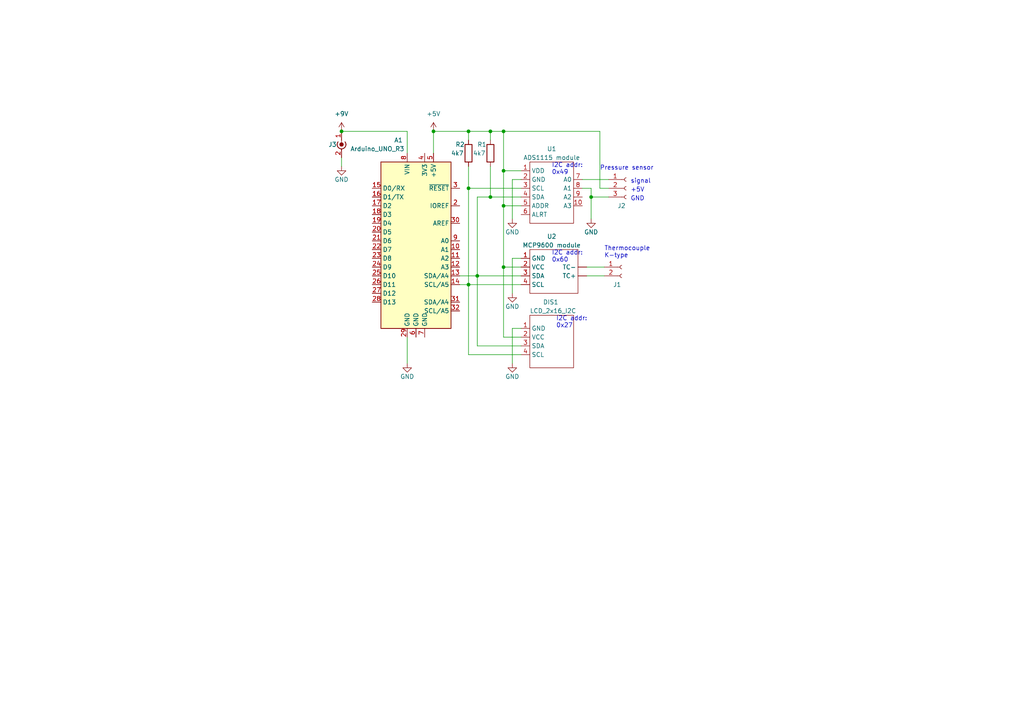
<source format=kicad_sch>
(kicad_sch (version 20230121) (generator eeschema)

  (uuid 5cf02045-2837-4e8b-9a5b-5330cd173830)

  (paper "A4")

  (lib_symbols
    (symbol "Connector:Conn_01x02_Socket" (pin_names (offset 1.016) hide) (in_bom yes) (on_board yes)
      (property "Reference" "J" (at 0 2.54 0)
        (effects (font (size 1.27 1.27)))
      )
      (property "Value" "Conn_01x02_Socket" (at 0 -5.08 0)
        (effects (font (size 1.27 1.27)))
      )
      (property "Footprint" "" (at 0 0 0)
        (effects (font (size 1.27 1.27)) hide)
      )
      (property "Datasheet" "~" (at 0 0 0)
        (effects (font (size 1.27 1.27)) hide)
      )
      (property "ki_locked" "" (at 0 0 0)
        (effects (font (size 1.27 1.27)))
      )
      (property "ki_keywords" "connector" (at 0 0 0)
        (effects (font (size 1.27 1.27)) hide)
      )
      (property "ki_description" "Generic connector, single row, 01x02, script generated" (at 0 0 0)
        (effects (font (size 1.27 1.27)) hide)
      )
      (property "ki_fp_filters" "Connector*:*_1x??_*" (at 0 0 0)
        (effects (font (size 1.27 1.27)) hide)
      )
      (symbol "Conn_01x02_Socket_1_1"
        (arc (start 0 -2.032) (mid -0.5058 -2.54) (end 0 -3.048)
          (stroke (width 0.1524) (type default))
          (fill (type none))
        )
        (polyline
          (pts
            (xy -1.27 -2.54)
            (xy -0.508 -2.54)
          )
          (stroke (width 0.1524) (type default))
          (fill (type none))
        )
        (polyline
          (pts
            (xy -1.27 0)
            (xy -0.508 0)
          )
          (stroke (width 0.1524) (type default))
          (fill (type none))
        )
        (arc (start 0 0.508) (mid -0.5058 0) (end 0 -0.508)
          (stroke (width 0.1524) (type default))
          (fill (type none))
        )
        (pin passive line (at -5.08 0 0) (length 3.81)
          (name "Pin_1" (effects (font (size 1.27 1.27))))
          (number "1" (effects (font (size 1.27 1.27))))
        )
        (pin passive line (at -5.08 -2.54 0) (length 3.81)
          (name "Pin_2" (effects (font (size 1.27 1.27))))
          (number "2" (effects (font (size 1.27 1.27))))
        )
      )
    )
    (symbol "Connector:Conn_01x03_Socket" (pin_names (offset 1.016) hide) (in_bom yes) (on_board yes)
      (property "Reference" "J" (at 0 5.08 0)
        (effects (font (size 1.27 1.27)))
      )
      (property "Value" "Conn_01x03_Socket" (at 0 -5.08 0)
        (effects (font (size 1.27 1.27)))
      )
      (property "Footprint" "" (at 0 0 0)
        (effects (font (size 1.27 1.27)) hide)
      )
      (property "Datasheet" "~" (at 0 0 0)
        (effects (font (size 1.27 1.27)) hide)
      )
      (property "ki_locked" "" (at 0 0 0)
        (effects (font (size 1.27 1.27)))
      )
      (property "ki_keywords" "connector" (at 0 0 0)
        (effects (font (size 1.27 1.27)) hide)
      )
      (property "ki_description" "Generic connector, single row, 01x03, script generated" (at 0 0 0)
        (effects (font (size 1.27 1.27)) hide)
      )
      (property "ki_fp_filters" "Connector*:*_1x??_*" (at 0 0 0)
        (effects (font (size 1.27 1.27)) hide)
      )
      (symbol "Conn_01x03_Socket_1_1"
        (arc (start 0 -2.032) (mid -0.5058 -2.54) (end 0 -3.048)
          (stroke (width 0.1524) (type default))
          (fill (type none))
        )
        (polyline
          (pts
            (xy -1.27 -2.54)
            (xy -0.508 -2.54)
          )
          (stroke (width 0.1524) (type default))
          (fill (type none))
        )
        (polyline
          (pts
            (xy -1.27 0)
            (xy -0.508 0)
          )
          (stroke (width 0.1524) (type default))
          (fill (type none))
        )
        (polyline
          (pts
            (xy -1.27 2.54)
            (xy -0.508 2.54)
          )
          (stroke (width 0.1524) (type default))
          (fill (type none))
        )
        (arc (start 0 0.508) (mid -0.5058 0) (end 0 -0.508)
          (stroke (width 0.1524) (type default))
          (fill (type none))
        )
        (arc (start 0 3.048) (mid -0.5058 2.54) (end 0 2.032)
          (stroke (width 0.1524) (type default))
          (fill (type none))
        )
        (pin passive line (at -5.08 2.54 0) (length 3.81)
          (name "Pin_1" (effects (font (size 1.27 1.27))))
          (number "1" (effects (font (size 1.27 1.27))))
        )
        (pin passive line (at -5.08 0 0) (length 3.81)
          (name "Pin_2" (effects (font (size 1.27 1.27))))
          (number "2" (effects (font (size 1.27 1.27))))
        )
        (pin passive line (at -5.08 -2.54 0) (length 3.81)
          (name "Pin_3" (effects (font (size 1.27 1.27))))
          (number "3" (effects (font (size 1.27 1.27))))
        )
      )
    )
    (symbol "Connector:Conn_Coaxial_Power" (pin_names (offset 1.016) hide) (in_bom yes) (on_board yes)
      (property "Reference" "J" (at -5.08 -1.27 90)
        (effects (font (size 1.27 1.27)))
      )
      (property "Value" "Conn_Coaxial_Power" (at -3.175 -1.27 90)
        (effects (font (size 1.27 1.27)))
      )
      (property "Footprint" "" (at 0 -1.27 0)
        (effects (font (size 1.27 1.27)) hide)
      )
      (property "Datasheet" "~" (at 0 -1.27 0)
        (effects (font (size 1.27 1.27)) hide)
      )
      (property "ki_keywords" "BNC SMA SMB SMC LEMO coaxial connector CINCH RCA" (at 0 0 0)
        (effects (font (size 1.27 1.27)) hide)
      )
      (property "ki_description" "coaxial connector (BNC, SMA, SMB, SMC, Cinch/RCA, LEMO, ...)" (at 0 0 0)
        (effects (font (size 1.27 1.27)) hide)
      )
      (property "ki_fp_filters" "*BNC* *SMA* *SMB* *SMC* *Cinch* *LEMO*" (at 0 0 0)
        (effects (font (size 1.27 1.27)) hide)
      )
      (symbol "Conn_Coaxial_Power_0_1"
        (arc (start -1.27 -1.27) (mid 0 -2.5345) (end 1.27 -1.27)
          (stroke (width 0.254) (type default))
          (fill (type none))
        )
        (arc (start -1.016 -0.508) (mid -1.2048 -0.8684) (end -1.27 -1.27)
          (stroke (width 0.254) (type default))
          (fill (type none))
        )
        (circle (center 0 -1.27) (radius 0.508)
          (stroke (width 0.2032) (type default))
          (fill (type outline))
        )
        (polyline
          (pts
            (xy 0 -2.54)
            (xy 0 -3.048)
          )
          (stroke (width 0) (type default))
          (fill (type none))
        )
        (polyline
          (pts
            (xy 0 0)
            (xy 0 -1.27)
          )
          (stroke (width 0) (type default))
          (fill (type none))
        )
        (arc (start 1.27 -1.27) (mid 1.2048 -0.8684) (end 1.016 -0.508)
          (stroke (width 0.254) (type default))
          (fill (type none))
        )
      )
      (symbol "Conn_Coaxial_Power_1_1"
        (pin passive line (at 0 2.54 270) (length 2.54)
          (name "In" (effects (font (size 1.27 1.27))))
          (number "1" (effects (font (size 1.27 1.27))))
        )
        (pin passive line (at 0 -5.08 90) (length 2.54)
          (name "Ext" (effects (font (size 1.27 1.27))))
          (number "2" (effects (font (size 1.27 1.27))))
        )
      )
    )
    (symbol "Device:R" (pin_numbers hide) (pin_names (offset 0)) (in_bom yes) (on_board yes)
      (property "Reference" "R" (at 2.032 0 90)
        (effects (font (size 1.27 1.27)))
      )
      (property "Value" "R" (at 0 0 90)
        (effects (font (size 1.27 1.27)))
      )
      (property "Footprint" "" (at -1.778 0 90)
        (effects (font (size 1.27 1.27)) hide)
      )
      (property "Datasheet" "~" (at 0 0 0)
        (effects (font (size 1.27 1.27)) hide)
      )
      (property "ki_keywords" "R res resistor" (at 0 0 0)
        (effects (font (size 1.27 1.27)) hide)
      )
      (property "ki_description" "Resistor" (at 0 0 0)
        (effects (font (size 1.27 1.27)) hide)
      )
      (property "ki_fp_filters" "R_*" (at 0 0 0)
        (effects (font (size 1.27 1.27)) hide)
      )
      (symbol "R_0_1"
        (rectangle (start -1.016 -2.54) (end 1.016 2.54)
          (stroke (width 0.254) (type default))
          (fill (type none))
        )
      )
      (symbol "R_1_1"
        (pin passive line (at 0 3.81 270) (length 1.27)
          (name "~" (effects (font (size 1.27 1.27))))
          (number "1" (effects (font (size 1.27 1.27))))
        )
        (pin passive line (at 0 -3.81 90) (length 1.27)
          (name "~" (effects (font (size 1.27 1.27))))
          (number "2" (effects (font (size 1.27 1.27))))
        )
      )
    )
    (symbol "HH_custom_Librarary:ADS1115_ADC_module" (in_bom yes) (on_board yes)
      (property "Reference" "U" (at 0 1.27 0)
        (effects (font (size 1.27 1.27)))
      )
      (property "Value" "" (at 0 0 0)
        (effects (font (size 1.27 1.27)))
      )
      (property "Footprint" "" (at 0 0 0)
        (effects (font (size 1.27 1.27)) hide)
      )
      (property "Datasheet" "" (at 0 0 0)
        (effects (font (size 1.27 1.27)) hide)
      )
      (symbol "ADS1115_ADC_module_1_1"
        (rectangle (start -6.35 0) (end 6.35 -17.78)
          (stroke (width 0) (type default))
          (fill (type none))
        )
        (pin power_in line (at -8.89 -2.54 0) (length 2.54)
          (name "VDD" (effects (font (size 1.27 1.27))))
          (number "1" (effects (font (size 1.27 1.27))))
        )
        (pin input line (at 8.89 -12.7 180) (length 2.54)
          (name "A3" (effects (font (size 1.27 1.27))))
          (number "10" (effects (font (size 1.27 1.27))))
        )
        (pin power_in line (at -8.89 -5.08 0) (length 2.54)
          (name "GND" (effects (font (size 1.27 1.27))))
          (number "2" (effects (font (size 1.27 1.27))))
        )
        (pin bidirectional line (at -8.89 -7.62 0) (length 2.54)
          (name "SCL" (effects (font (size 1.27 1.27))))
          (number "3" (effects (font (size 1.27 1.27))))
        )
        (pin bidirectional line (at -8.89 -10.16 0) (length 2.54)
          (name "SDA" (effects (font (size 1.27 1.27))))
          (number "4" (effects (font (size 1.27 1.27))))
        )
        (pin bidirectional line (at -8.89 -12.7 0) (length 2.54)
          (name "ADDR" (effects (font (size 1.27 1.27))))
          (number "5" (effects (font (size 1.27 1.27))))
        )
        (pin bidirectional line (at -8.89 -15.24 0) (length 2.54)
          (name "ALRT" (effects (font (size 1.27 1.27))))
          (number "6" (effects (font (size 1.27 1.27))))
        )
        (pin input line (at 8.89 -5.08 180) (length 2.54)
          (name "A0" (effects (font (size 1.27 1.27))))
          (number "7" (effects (font (size 1.27 1.27))))
        )
        (pin input line (at 8.89 -7.62 180) (length 2.54)
          (name "A1" (effects (font (size 1.27 1.27))))
          (number "8" (effects (font (size 1.27 1.27))))
        )
        (pin input line (at 8.89 -10.16 180) (length 2.54)
          (name "A2" (effects (font (size 1.27 1.27))))
          (number "9" (effects (font (size 1.27 1.27))))
        )
      )
    )
    (symbol "HH_custom_Librarary:LCD_2x16_HD44780_I2C" (in_bom yes) (on_board yes)
      (property "Reference" "DIS" (at 1.27 3.81 0)
        (effects (font (size 1.27 1.27)))
      )
      (property "Value" "LCD_2x16_I2C" (at 1.27 -6.35 90)
        (effects (font (size 1.27 1.27)))
      )
      (property "Footprint" "" (at 0 0 0)
        (effects (font (size 1.27 1.27)) hide)
      )
      (property "Datasheet" "" (at 0 0 0)
        (effects (font (size 1.27 1.27)) hide)
      )
      (symbol "LCD_2x16_HD44780_I2C_0_1"
        (rectangle (start -5.08 1.27) (end 7.62 -13.97)
          (stroke (width 0) (type default))
          (fill (type none))
        )
      )
      (symbol "LCD_2x16_HD44780_I2C_1_1"
        (pin power_in line (at -7.62 -2.54 0) (length 2.54)
          (name "GND" (effects (font (size 1.27 1.27))))
          (number "1" (effects (font (size 1.27 1.27))))
        )
        (pin power_in line (at -7.62 -5.08 0) (length 2.54)
          (name "VCC" (effects (font (size 1.27 1.27))))
          (number "2" (effects (font (size 1.27 1.27))))
        )
        (pin input line (at -7.62 -7.62 0) (length 2.54)
          (name "SDA" (effects (font (size 1.27 1.27))))
          (number "3" (effects (font (size 1.27 1.27))))
        )
        (pin input line (at -7.62 -10.16 0) (length 2.54)
          (name "SCL" (effects (font (size 1.27 1.27))))
          (number "4" (effects (font (size 1.27 1.27))))
        )
      )
    )
    (symbol "MCP9600-module-SeeedStudioGrove_1" (in_bom yes) (on_board yes)
      (property "Reference" "U" (at 0 0 0)
        (effects (font (size 1.27 1.27)))
      )
      (property "Value" "" (at 0 0 0)
        (effects (font (size 1.27 1.27)))
      )
      (property "Footprint" "" (at 0 0 0)
        (effects (font (size 1.27 1.27)) hide)
      )
      (property "Datasheet" "" (at 0 0 0)
        (effects (font (size 1.27 1.27)) hide)
      )
      (symbol "MCP9600-module-SeeedStudioGrove_1_0_1"
        (rectangle (start -5.08 -1.27) (end 8.89 -13.97)
          (stroke (width 0) (type default))
          (fill (type none))
        )
      )
      (symbol "MCP9600-module-SeeedStudioGrove_1_1_1"
        (pin input line (at 11.43 -8.89 180) (length 2.54)
          (name "TC+" (effects (font (size 1.27 1.27))))
          (number "" (effects (font (size 1.27 1.27))))
        )
        (pin input line (at 11.43 -6.35 180) (length 2.54)
          (name "TC-" (effects (font (size 1.27 1.27))))
          (number "" (effects (font (size 1.27 1.27))))
        )
        (pin power_in line (at -7.62 -3.81 0) (length 2.54)
          (name "GND" (effects (font (size 1.27 1.27))))
          (number "1" (effects (font (size 1.27 1.27))))
        )
        (pin power_in line (at -7.62 -6.35 0) (length 2.54)
          (name "VCC" (effects (font (size 1.27 1.27))))
          (number "2" (effects (font (size 1.27 1.27))))
        )
        (pin bidirectional line (at -7.62 -8.89 0) (length 2.54)
          (name "SDA" (effects (font (size 1.27 1.27))))
          (number "3" (effects (font (size 1.27 1.27))))
        )
        (pin bidirectional line (at -7.62 -11.43 0) (length 2.54)
          (name "SCL" (effects (font (size 1.27 1.27))))
          (number "4" (effects (font (size 1.27 1.27))))
        )
      )
    )
    (symbol "MCU_Module:Arduino_UNO_R3" (in_bom yes) (on_board yes)
      (property "Reference" "A" (at -10.16 23.495 0)
        (effects (font (size 1.27 1.27)) (justify left bottom))
      )
      (property "Value" "Arduino_UNO_R3" (at 5.08 -26.67 0)
        (effects (font (size 1.27 1.27)) (justify left top))
      )
      (property "Footprint" "Module:Arduino_UNO_R3" (at 0 0 0)
        (effects (font (size 1.27 1.27) italic) hide)
      )
      (property "Datasheet" "https://www.arduino.cc/en/Main/arduinoBoardUno" (at 0 0 0)
        (effects (font (size 1.27 1.27)) hide)
      )
      (property "ki_keywords" "Arduino UNO R3 Microcontroller Module Atmel AVR USB" (at 0 0 0)
        (effects (font (size 1.27 1.27)) hide)
      )
      (property "ki_description" "Arduino UNO Microcontroller Module, release 3" (at 0 0 0)
        (effects (font (size 1.27 1.27)) hide)
      )
      (property "ki_fp_filters" "Arduino*UNO*R3*" (at 0 0 0)
        (effects (font (size 1.27 1.27)) hide)
      )
      (symbol "Arduino_UNO_R3_0_1"
        (rectangle (start -10.16 22.86) (end 10.16 -25.4)
          (stroke (width 0.254) (type default))
          (fill (type background))
        )
      )
      (symbol "Arduino_UNO_R3_1_1"
        (pin no_connect line (at -10.16 -20.32 0) (length 2.54) hide
          (name "NC" (effects (font (size 1.27 1.27))))
          (number "1" (effects (font (size 1.27 1.27))))
        )
        (pin bidirectional line (at 12.7 -2.54 180) (length 2.54)
          (name "A1" (effects (font (size 1.27 1.27))))
          (number "10" (effects (font (size 1.27 1.27))))
        )
        (pin bidirectional line (at 12.7 -5.08 180) (length 2.54)
          (name "A2" (effects (font (size 1.27 1.27))))
          (number "11" (effects (font (size 1.27 1.27))))
        )
        (pin bidirectional line (at 12.7 -7.62 180) (length 2.54)
          (name "A3" (effects (font (size 1.27 1.27))))
          (number "12" (effects (font (size 1.27 1.27))))
        )
        (pin bidirectional line (at 12.7 -10.16 180) (length 2.54)
          (name "SDA/A4" (effects (font (size 1.27 1.27))))
          (number "13" (effects (font (size 1.27 1.27))))
        )
        (pin bidirectional line (at 12.7 -12.7 180) (length 2.54)
          (name "SCL/A5" (effects (font (size 1.27 1.27))))
          (number "14" (effects (font (size 1.27 1.27))))
        )
        (pin bidirectional line (at -12.7 15.24 0) (length 2.54)
          (name "D0/RX" (effects (font (size 1.27 1.27))))
          (number "15" (effects (font (size 1.27 1.27))))
        )
        (pin bidirectional line (at -12.7 12.7 0) (length 2.54)
          (name "D1/TX" (effects (font (size 1.27 1.27))))
          (number "16" (effects (font (size 1.27 1.27))))
        )
        (pin bidirectional line (at -12.7 10.16 0) (length 2.54)
          (name "D2" (effects (font (size 1.27 1.27))))
          (number "17" (effects (font (size 1.27 1.27))))
        )
        (pin bidirectional line (at -12.7 7.62 0) (length 2.54)
          (name "D3" (effects (font (size 1.27 1.27))))
          (number "18" (effects (font (size 1.27 1.27))))
        )
        (pin bidirectional line (at -12.7 5.08 0) (length 2.54)
          (name "D4" (effects (font (size 1.27 1.27))))
          (number "19" (effects (font (size 1.27 1.27))))
        )
        (pin output line (at 12.7 10.16 180) (length 2.54)
          (name "IOREF" (effects (font (size 1.27 1.27))))
          (number "2" (effects (font (size 1.27 1.27))))
        )
        (pin bidirectional line (at -12.7 2.54 0) (length 2.54)
          (name "D5" (effects (font (size 1.27 1.27))))
          (number "20" (effects (font (size 1.27 1.27))))
        )
        (pin bidirectional line (at -12.7 0 0) (length 2.54)
          (name "D6" (effects (font (size 1.27 1.27))))
          (number "21" (effects (font (size 1.27 1.27))))
        )
        (pin bidirectional line (at -12.7 -2.54 0) (length 2.54)
          (name "D7" (effects (font (size 1.27 1.27))))
          (number "22" (effects (font (size 1.27 1.27))))
        )
        (pin bidirectional line (at -12.7 -5.08 0) (length 2.54)
          (name "D8" (effects (font (size 1.27 1.27))))
          (number "23" (effects (font (size 1.27 1.27))))
        )
        (pin bidirectional line (at -12.7 -7.62 0) (length 2.54)
          (name "D9" (effects (font (size 1.27 1.27))))
          (number "24" (effects (font (size 1.27 1.27))))
        )
        (pin bidirectional line (at -12.7 -10.16 0) (length 2.54)
          (name "D10" (effects (font (size 1.27 1.27))))
          (number "25" (effects (font (size 1.27 1.27))))
        )
        (pin bidirectional line (at -12.7 -12.7 0) (length 2.54)
          (name "D11" (effects (font (size 1.27 1.27))))
          (number "26" (effects (font (size 1.27 1.27))))
        )
        (pin bidirectional line (at -12.7 -15.24 0) (length 2.54)
          (name "D12" (effects (font (size 1.27 1.27))))
          (number "27" (effects (font (size 1.27 1.27))))
        )
        (pin bidirectional line (at -12.7 -17.78 0) (length 2.54)
          (name "D13" (effects (font (size 1.27 1.27))))
          (number "28" (effects (font (size 1.27 1.27))))
        )
        (pin power_in line (at -2.54 -27.94 90) (length 2.54)
          (name "GND" (effects (font (size 1.27 1.27))))
          (number "29" (effects (font (size 1.27 1.27))))
        )
        (pin input line (at 12.7 15.24 180) (length 2.54)
          (name "~{RESET}" (effects (font (size 1.27 1.27))))
          (number "3" (effects (font (size 1.27 1.27))))
        )
        (pin input line (at 12.7 5.08 180) (length 2.54)
          (name "AREF" (effects (font (size 1.27 1.27))))
          (number "30" (effects (font (size 1.27 1.27))))
        )
        (pin bidirectional line (at 12.7 -17.78 180) (length 2.54)
          (name "SDA/A4" (effects (font (size 1.27 1.27))))
          (number "31" (effects (font (size 1.27 1.27))))
        )
        (pin bidirectional line (at 12.7 -20.32 180) (length 2.54)
          (name "SCL/A5" (effects (font (size 1.27 1.27))))
          (number "32" (effects (font (size 1.27 1.27))))
        )
        (pin power_out line (at 2.54 25.4 270) (length 2.54)
          (name "3V3" (effects (font (size 1.27 1.27))))
          (number "4" (effects (font (size 1.27 1.27))))
        )
        (pin power_out line (at 5.08 25.4 270) (length 2.54)
          (name "+5V" (effects (font (size 1.27 1.27))))
          (number "5" (effects (font (size 1.27 1.27))))
        )
        (pin power_in line (at 0 -27.94 90) (length 2.54)
          (name "GND" (effects (font (size 1.27 1.27))))
          (number "6" (effects (font (size 1.27 1.27))))
        )
        (pin power_in line (at 2.54 -27.94 90) (length 2.54)
          (name "GND" (effects (font (size 1.27 1.27))))
          (number "7" (effects (font (size 1.27 1.27))))
        )
        (pin power_in line (at -2.54 25.4 270) (length 2.54)
          (name "VIN" (effects (font (size 1.27 1.27))))
          (number "8" (effects (font (size 1.27 1.27))))
        )
        (pin bidirectional line (at 12.7 0 180) (length 2.54)
          (name "A0" (effects (font (size 1.27 1.27))))
          (number "9" (effects (font (size 1.27 1.27))))
        )
      )
    )
    (symbol "power:+5V" (power) (pin_names (offset 0)) (in_bom yes) (on_board yes)
      (property "Reference" "#PWR" (at 0 -3.81 0)
        (effects (font (size 1.27 1.27)) hide)
      )
      (property "Value" "+5V" (at 0 3.556 0)
        (effects (font (size 1.27 1.27)))
      )
      (property "Footprint" "" (at 0 0 0)
        (effects (font (size 1.27 1.27)) hide)
      )
      (property "Datasheet" "" (at 0 0 0)
        (effects (font (size 1.27 1.27)) hide)
      )
      (property "ki_keywords" "global power" (at 0 0 0)
        (effects (font (size 1.27 1.27)) hide)
      )
      (property "ki_description" "Power symbol creates a global label with name \"+5V\"" (at 0 0 0)
        (effects (font (size 1.27 1.27)) hide)
      )
      (symbol "+5V_0_1"
        (polyline
          (pts
            (xy -0.762 1.27)
            (xy 0 2.54)
          )
          (stroke (width 0) (type default))
          (fill (type none))
        )
        (polyline
          (pts
            (xy 0 0)
            (xy 0 2.54)
          )
          (stroke (width 0) (type default))
          (fill (type none))
        )
        (polyline
          (pts
            (xy 0 2.54)
            (xy 0.762 1.27)
          )
          (stroke (width 0) (type default))
          (fill (type none))
        )
      )
      (symbol "+5V_1_1"
        (pin power_in line (at 0 0 90) (length 0) hide
          (name "+5V" (effects (font (size 1.27 1.27))))
          (number "1" (effects (font (size 1.27 1.27))))
        )
      )
    )
    (symbol "power:+9V" (power) (pin_names (offset 0)) (in_bom yes) (on_board yes)
      (property "Reference" "#PWR" (at 0 -3.81 0)
        (effects (font (size 1.27 1.27)) hide)
      )
      (property "Value" "+9V" (at 0 3.556 0)
        (effects (font (size 1.27 1.27)))
      )
      (property "Footprint" "" (at 0 0 0)
        (effects (font (size 1.27 1.27)) hide)
      )
      (property "Datasheet" "" (at 0 0 0)
        (effects (font (size 1.27 1.27)) hide)
      )
      (property "ki_keywords" "global power" (at 0 0 0)
        (effects (font (size 1.27 1.27)) hide)
      )
      (property "ki_description" "Power symbol creates a global label with name \"+9V\"" (at 0 0 0)
        (effects (font (size 1.27 1.27)) hide)
      )
      (symbol "+9V_0_1"
        (polyline
          (pts
            (xy -0.762 1.27)
            (xy 0 2.54)
          )
          (stroke (width 0) (type default))
          (fill (type none))
        )
        (polyline
          (pts
            (xy 0 0)
            (xy 0 2.54)
          )
          (stroke (width 0) (type default))
          (fill (type none))
        )
        (polyline
          (pts
            (xy 0 2.54)
            (xy 0.762 1.27)
          )
          (stroke (width 0) (type default))
          (fill (type none))
        )
      )
      (symbol "+9V_1_1"
        (pin power_in line (at 0 0 90) (length 0) hide
          (name "+9V" (effects (font (size 1.27 1.27))))
          (number "1" (effects (font (size 1.27 1.27))))
        )
      )
    )
    (symbol "power:GND" (power) (pin_names (offset 0)) (in_bom yes) (on_board yes)
      (property "Reference" "#PWR" (at 0 -6.35 0)
        (effects (font (size 1.27 1.27)) hide)
      )
      (property "Value" "GND" (at 0 -3.81 0)
        (effects (font (size 1.27 1.27)))
      )
      (property "Footprint" "" (at 0 0 0)
        (effects (font (size 1.27 1.27)) hide)
      )
      (property "Datasheet" "" (at 0 0 0)
        (effects (font (size 1.27 1.27)) hide)
      )
      (property "ki_keywords" "global power" (at 0 0 0)
        (effects (font (size 1.27 1.27)) hide)
      )
      (property "ki_description" "Power symbol creates a global label with name \"GND\" , ground" (at 0 0 0)
        (effects (font (size 1.27 1.27)) hide)
      )
      (symbol "GND_0_1"
        (polyline
          (pts
            (xy 0 0)
            (xy 0 -1.27)
            (xy 1.27 -1.27)
            (xy 0 -2.54)
            (xy -1.27 -1.27)
            (xy 0 -1.27)
          )
          (stroke (width 0) (type default))
          (fill (type none))
        )
      )
      (symbol "GND_1_1"
        (pin power_in line (at 0 0 270) (length 0) hide
          (name "GND" (effects (font (size 1.27 1.27))))
          (number "1" (effects (font (size 1.27 1.27))))
        )
      )
    )
  )

  (junction (at 146.05 59.69) (diameter 0) (color 0 0 0 0)
    (uuid 311d7a1b-a609-44fd-b5c7-e3bdce246f98)
  )
  (junction (at 135.89 54.61) (diameter 0) (color 0 0 0 0)
    (uuid 4cd14cc9-dc60-44d8-9810-4f3b104e7bdd)
  )
  (junction (at 142.24 38.1) (diameter 0) (color 0 0 0 0)
    (uuid 54362d92-53b7-4819-9afb-e4770b00e9a0)
  )
  (junction (at 142.24 57.15) (diameter 0) (color 0 0 0 0)
    (uuid 60bd33ee-1173-4139-88f3-04fd1ce30dd1)
  )
  (junction (at 135.89 82.55) (diameter 0) (color 0 0 0 0)
    (uuid 866dc3ab-26c6-4cad-90e3-40c8fceea41c)
  )
  (junction (at 146.05 38.1) (diameter 0) (color 0 0 0 0)
    (uuid 95037fae-e895-44d3-a06a-e885594e51b1)
  )
  (junction (at 146.05 49.53) (diameter 0) (color 0 0 0 0)
    (uuid 9fc924e6-106a-46a3-8b71-f70e36908a4c)
  )
  (junction (at 125.73 38.1) (diameter 0) (color 0 0 0 0)
    (uuid a6a2edde-25dc-4fd5-a213-f9e337c8b0c2)
  )
  (junction (at 146.05 77.47) (diameter 0) (color 0 0 0 0)
    (uuid de647166-b294-4ba0-8f51-13cb8ae59301)
  )
  (junction (at 135.89 38.1) (diameter 0) (color 0 0 0 0)
    (uuid e721b0c0-069c-44e3-ab17-ef53cf99012f)
  )
  (junction (at 138.43 80.01) (diameter 0) (color 0 0 0 0)
    (uuid f6b1bc66-3e3c-4903-9333-9aab2733e403)
  )
  (junction (at 171.45 57.15) (diameter 0) (color 0 0 0 0)
    (uuid f90315d8-c36e-42fe-8c1f-a507b42452ad)
  )
  (junction (at 99.06 38.1) (diameter 0) (color 0 0 0 0)
    (uuid fe99d81d-d098-4cf8-be30-00fdc05e4aff)
  )

  (wire (pts (xy 146.05 38.1) (xy 146.05 49.53))
    (stroke (width 0) (type default))
    (uuid 0428035b-9b1c-4f4a-badd-4846ec7798ca)
  )
  (wire (pts (xy 142.24 48.26) (xy 142.24 57.15))
    (stroke (width 0) (type default))
    (uuid 07c46941-7851-4d8b-8e15-a31976145a08)
  )
  (wire (pts (xy 146.05 77.47) (xy 151.13 77.47))
    (stroke (width 0) (type default))
    (uuid 1334bf52-3061-49cc-ace9-96c7655a4d93)
  )
  (wire (pts (xy 146.05 77.47) (xy 146.05 97.79))
    (stroke (width 0) (type default))
    (uuid 13f650cb-b19f-4f4b-bde8-aa154cbf4bae)
  )
  (wire (pts (xy 170.18 77.47) (xy 175.26 77.47))
    (stroke (width 0) (type default))
    (uuid 1d683ebe-efe3-451d-9db4-05781eb260b9)
  )
  (wire (pts (xy 148.59 95.25) (xy 151.13 95.25))
    (stroke (width 0) (type default))
    (uuid 202c399d-79c2-4e8a-af19-fe22c4c8f9fe)
  )
  (wire (pts (xy 138.43 57.15) (xy 142.24 57.15))
    (stroke (width 0) (type default))
    (uuid 2364cd3c-68d7-41b3-8ba2-e39f4227c682)
  )
  (wire (pts (xy 146.05 49.53) (xy 146.05 59.69))
    (stroke (width 0) (type default))
    (uuid 27c650bd-8a99-4fde-8969-48a713780675)
  )
  (wire (pts (xy 171.45 54.61) (xy 171.45 57.15))
    (stroke (width 0) (type default))
    (uuid 2d4a8dff-276d-4a81-8df2-b135e1f82ecb)
  )
  (wire (pts (xy 142.24 38.1) (xy 142.24 40.64))
    (stroke (width 0) (type default))
    (uuid 2e6549f0-84b7-4f2d-8de0-997fe7427dcb)
  )
  (wire (pts (xy 135.89 102.87) (xy 151.13 102.87))
    (stroke (width 0) (type default))
    (uuid 37be12f8-a5bd-4602-9316-f94c0c06605a)
  )
  (wire (pts (xy 146.05 38.1) (xy 173.99 38.1))
    (stroke (width 0) (type default))
    (uuid 416282d3-83e5-4bf0-8846-188284a5b971)
  )
  (wire (pts (xy 138.43 57.15) (xy 138.43 80.01))
    (stroke (width 0) (type default))
    (uuid 45bba1fa-76d9-4cbf-910a-a62d676d6dff)
  )
  (wire (pts (xy 133.35 82.55) (xy 135.89 82.55))
    (stroke (width 0) (type default))
    (uuid 45c69c70-a037-4c97-bdb8-3ce974730b8f)
  )
  (wire (pts (xy 135.89 82.55) (xy 151.13 82.55))
    (stroke (width 0) (type default))
    (uuid 4e7dc152-2471-4693-ac5d-81f89382145f)
  )
  (wire (pts (xy 118.11 97.79) (xy 118.11 105.41))
    (stroke (width 0) (type default))
    (uuid 5567d3d1-9d88-44f8-8d9b-4f63247f3082)
  )
  (wire (pts (xy 146.05 59.69) (xy 151.13 59.69))
    (stroke (width 0) (type default))
    (uuid 5aafb810-7937-4516-99c6-0d687351ab43)
  )
  (wire (pts (xy 99.06 38.1) (xy 118.11 38.1))
    (stroke (width 0) (type default))
    (uuid 5cbba9d5-3a83-4dc4-bcd2-9b8b23967cf3)
  )
  (wire (pts (xy 118.11 38.1) (xy 118.11 44.45))
    (stroke (width 0) (type default))
    (uuid 67b2201c-8613-4656-8ada-4448b0997954)
  )
  (wire (pts (xy 133.35 80.01) (xy 138.43 80.01))
    (stroke (width 0) (type default))
    (uuid 6d7066e2-4567-4694-98e8-afaf1b3d9f05)
  )
  (wire (pts (xy 148.59 52.07) (xy 148.59 63.5))
    (stroke (width 0) (type default))
    (uuid 74d63ee0-a0c0-4458-831c-166981059e9a)
  )
  (wire (pts (xy 176.53 54.61) (xy 173.99 54.61))
    (stroke (width 0) (type default))
    (uuid 793c62b9-2114-4dd0-b8af-1a14295d7490)
  )
  (wire (pts (xy 148.59 52.07) (xy 151.13 52.07))
    (stroke (width 0) (type default))
    (uuid 7cb15ee9-5696-4303-99e7-01f66156c56b)
  )
  (wire (pts (xy 125.73 38.1) (xy 135.89 38.1))
    (stroke (width 0) (type default))
    (uuid 850315ad-bcd1-4ffd-a36d-93974c080830)
  )
  (wire (pts (xy 99.06 45.72) (xy 99.06 48.26))
    (stroke (width 0) (type default))
    (uuid 85802324-ea52-4501-bcaa-c051b12071c5)
  )
  (wire (pts (xy 148.59 95.25) (xy 148.59 105.41))
    (stroke (width 0) (type default))
    (uuid 8a33a456-a382-44a5-8d96-113ecc756bc4)
  )
  (wire (pts (xy 151.13 74.93) (xy 148.59 74.93))
    (stroke (width 0) (type default))
    (uuid 9593d8de-587e-44a7-9699-2658bfdd5e9f)
  )
  (wire (pts (xy 151.13 57.15) (xy 142.24 57.15))
    (stroke (width 0) (type default))
    (uuid 9fdb8e9b-fe56-4aa1-8733-a2913d8832c9)
  )
  (wire (pts (xy 138.43 80.01) (xy 138.43 100.33))
    (stroke (width 0) (type default))
    (uuid a37b1c87-454a-47fa-aadd-74582c763090)
  )
  (wire (pts (xy 151.13 97.79) (xy 146.05 97.79))
    (stroke (width 0) (type default))
    (uuid a679b37b-d33c-4c44-aada-ab1f2d1f2b53)
  )
  (wire (pts (xy 148.59 74.93) (xy 148.59 85.09))
    (stroke (width 0) (type default))
    (uuid a6d62831-321c-456a-a375-2eb12909c502)
  )
  (wire (pts (xy 173.99 54.61) (xy 173.99 38.1))
    (stroke (width 0) (type default))
    (uuid aa2afa0a-9dba-48dc-ace9-a7820c7f942f)
  )
  (wire (pts (xy 125.73 44.45) (xy 125.73 38.1))
    (stroke (width 0) (type default))
    (uuid b0efdac0-5d42-43e7-b72a-5923a63de86d)
  )
  (wire (pts (xy 135.89 82.55) (xy 135.89 102.87))
    (stroke (width 0) (type default))
    (uuid bc59d1fe-f0e0-4109-b489-508d8fd1df8c)
  )
  (wire (pts (xy 135.89 54.61) (xy 135.89 82.55))
    (stroke (width 0) (type default))
    (uuid c3ad7adc-9af8-4151-96e0-e9d9d746acea)
  )
  (wire (pts (xy 170.18 80.01) (xy 175.26 80.01))
    (stroke (width 0) (type default))
    (uuid c5f2bd58-2add-48aa-9e98-977a30e0ae66)
  )
  (wire (pts (xy 135.89 38.1) (xy 142.24 38.1))
    (stroke (width 0) (type default))
    (uuid cadee4c8-3638-4954-9097-c9866e4d0e1e)
  )
  (wire (pts (xy 138.43 80.01) (xy 151.13 80.01))
    (stroke (width 0) (type default))
    (uuid ccaf19a4-466c-4f26-a2ed-68295a157239)
  )
  (wire (pts (xy 176.53 52.07) (xy 168.91 52.07))
    (stroke (width 0) (type default))
    (uuid cdf18333-a692-4f13-a8e3-ec813d682122)
  )
  (wire (pts (xy 146.05 49.53) (xy 151.13 49.53))
    (stroke (width 0) (type default))
    (uuid d1c82d44-2285-40a0-83f8-436e291b0a67)
  )
  (wire (pts (xy 171.45 57.15) (xy 176.53 57.15))
    (stroke (width 0) (type default))
    (uuid d6b96beb-cdaf-4f1a-a7de-92c9dfa960b0)
  )
  (wire (pts (xy 135.89 38.1) (xy 135.89 40.64))
    (stroke (width 0) (type default))
    (uuid d7351ac6-94fc-473b-b899-139b3313a352)
  )
  (wire (pts (xy 151.13 54.61) (xy 135.89 54.61))
    (stroke (width 0) (type default))
    (uuid d75b328f-8b05-4d26-9472-5122a52ff4aa)
  )
  (wire (pts (xy 138.43 100.33) (xy 151.13 100.33))
    (stroke (width 0) (type default))
    (uuid d9efc8a8-ff61-4658-b98d-21979ab2d72d)
  )
  (wire (pts (xy 168.91 54.61) (xy 171.45 54.61))
    (stroke (width 0) (type default))
    (uuid ddafff17-3595-4b3a-8e9a-52a3cabad09b)
  )
  (wire (pts (xy 146.05 59.69) (xy 146.05 77.47))
    (stroke (width 0) (type default))
    (uuid dde8119f-27cf-438a-9a98-32b18aecd2de)
  )
  (wire (pts (xy 142.24 38.1) (xy 146.05 38.1))
    (stroke (width 0) (type default))
    (uuid e5b52916-1206-4424-9b78-d1bba7aa9fee)
  )
  (wire (pts (xy 135.89 48.26) (xy 135.89 54.61))
    (stroke (width 0) (type default))
    (uuid e6f84666-adae-42b2-ae50-ec227d098d61)
  )
  (wire (pts (xy 171.45 57.15) (xy 171.45 63.5))
    (stroke (width 0) (type default))
    (uuid f55dca78-3391-4e10-8a32-e1df484244ce)
  )

  (text "signal" (at 182.88 53.34 0)
    (effects (font (size 1.27 1.27)) (justify left bottom))
    (uuid 0a9f1f2f-248f-411b-9582-0e50b432f870)
  )
  (text "GND" (at 182.88 58.42 0)
    (effects (font (size 1.27 1.27)) (justify left bottom))
    (uuid 1ff8f110-74a2-4c18-90c1-f6ee8fe7aab3)
  )
  (text "+5V" (at 182.88 55.88 0)
    (effects (font (size 1.27 1.27)) (justify left bottom))
    (uuid 4950b9fd-c21b-4e3f-bfce-cb65367ddd4f)
  )
  (text "I2C addr:\n0x49" (at 160.02 50.8 0)
    (effects (font (size 1.27 1.27)) (justify left bottom))
    (uuid 4a699f3c-a01f-4744-882a-351b4713067f)
  )
  (text "I2C addr:\n0x60" (at 160.02 76.2 0)
    (effects (font (size 1.27 1.27)) (justify left bottom))
    (uuid 6f2854cb-5026-488c-91e1-768d4dbd244a)
  )
  (text "Pressure sensor" (at 173.99 49.53 0)
    (effects (font (size 1.27 1.27)) (justify left bottom))
    (uuid 88f5153b-2216-4e69-a4bb-f710f6f9e2a9)
  )
  (text "I2C addr:\n0x27" (at 161.29 95.25 0)
    (effects (font (size 1.27 1.27)) (justify left bottom))
    (uuid d283e537-eb5f-415e-b776-8bf865b02400)
  )
  (text "Thermocouple\nK-type" (at 175.26 74.93 0)
    (effects (font (size 1.27 1.27)) (justify left bottom))
    (uuid de0d7085-c9f9-422f-9e8f-8b21cc0d365a)
  )

  (symbol (lib_id "power:+5V") (at 125.73 38.1 0) (unit 1)
    (in_bom yes) (on_board yes) (dnp no) (fields_autoplaced)
    (uuid 0c0be03c-0408-4119-a128-4d6f1dc08e2c)
    (property "Reference" "#PWR02" (at 125.73 41.91 0)
      (effects (font (size 1.27 1.27)) hide)
    )
    (property "Value" "+5V" (at 125.73 33.02 0)
      (effects (font (size 1.27 1.27)))
    )
    (property "Footprint" "" (at 125.73 38.1 0)
      (effects (font (size 1.27 1.27)) hide)
    )
    (property "Datasheet" "" (at 125.73 38.1 0)
      (effects (font (size 1.27 1.27)) hide)
    )
    (pin "1" (uuid d379fbb6-8b83-443d-a7d6-1e6f4722600a))
    (instances
      (project "PTMB_V1"
        (path "/5cf02045-2837-4e8b-9a5b-5330cd173830"
          (reference "#PWR02") (unit 1)
        )
      )
    )
  )

  (symbol (lib_id "Device:R") (at 135.89 44.45 0) (unit 1)
    (in_bom yes) (on_board yes) (dnp no)
    (uuid 0e7b6d70-1fec-4b3e-a92a-e4ee4daebcb3)
    (property "Reference" "R2" (at 132.08 41.91 0)
      (effects (font (size 1.27 1.27)) (justify left))
    )
    (property "Value" "4k7" (at 130.81 44.45 0)
      (effects (font (size 1.27 1.27)) (justify left))
    )
    (property "Footprint" "" (at 134.112 44.45 90)
      (effects (font (size 1.27 1.27)) hide)
    )
    (property "Datasheet" "~" (at 135.89 44.45 0)
      (effects (font (size 1.27 1.27)) hide)
    )
    (pin "1" (uuid c429925e-3aee-436f-83b2-cb4f08e9ad23))
    (pin "2" (uuid e415da8c-14c5-4c2f-a84f-e427d2d937ca))
    (instances
      (project "PTMB_V1"
        (path "/5cf02045-2837-4e8b-9a5b-5330cd173830"
          (reference "R2") (unit 1)
        )
      )
    )
  )

  (symbol (lib_name "MCP9600-module-SeeedStudioGrove_1") (lib_id "HH_custom_Librarary:MCP9600-module-SeeedStudioGrove") (at 158.75 71.12 0) (unit 1)
    (in_bom yes) (on_board yes) (dnp no)
    (uuid 185941ea-3e02-41f4-9f00-1ff01c4035dc)
    (property "Reference" "U2" (at 160.02 68.58 0)
      (effects (font (size 1.27 1.27)))
    )
    (property "Value" "MCP9600 module" (at 160.02 71.12 0)
      (effects (font (size 1.27 1.27)))
    )
    (property "Footprint" "" (at 158.75 71.12 0)
      (effects (font (size 1.27 1.27)) hide)
    )
    (property "Datasheet" "" (at 158.75 71.12 0)
      (effects (font (size 1.27 1.27)) hide)
    )
    (pin "2" (uuid ccad7775-0c43-49e7-8919-fc392ce558b9))
    (pin "4" (uuid 7118b0e5-0ff9-45c0-9a0f-299111da8a78))
    (pin "3" (uuid c4c9f2c6-1e6d-4b7c-8b87-d0d6928e20c0))
    (pin "" (uuid 3351e13a-ee96-44df-9bee-68d165871eea))
    (pin "" (uuid 5903f737-6f1f-4bf6-a48e-5533e9a22eb0))
    (pin "1" (uuid 7d265ab4-b6e3-496b-be6d-416274a2bd5d))
    (instances
      (project "PTMB_V1"
        (path "/5cf02045-2837-4e8b-9a5b-5330cd173830"
          (reference "U2") (unit 1)
        )
      )
    )
  )

  (symbol (lib_id "power:GND") (at 148.59 85.09 0) (unit 1)
    (in_bom yes) (on_board yes) (dnp no)
    (uuid 261b30db-f93d-4b19-b266-3b16a06711be)
    (property "Reference" "#PWR06" (at 148.59 91.44 0)
      (effects (font (size 1.27 1.27)) hide)
    )
    (property "Value" "GND" (at 148.59 88.9 0)
      (effects (font (size 1.27 1.27)))
    )
    (property "Footprint" "" (at 148.59 85.09 0)
      (effects (font (size 1.27 1.27)) hide)
    )
    (property "Datasheet" "" (at 148.59 85.09 0)
      (effects (font (size 1.27 1.27)) hide)
    )
    (pin "1" (uuid ca658c34-9c20-46b4-937b-0edb4e1e33f4))
    (instances
      (project "PTMB_V1"
        (path "/5cf02045-2837-4e8b-9a5b-5330cd173830"
          (reference "#PWR06") (unit 1)
        )
      )
    )
  )

  (symbol (lib_id "power:GND") (at 148.59 63.5 0) (unit 1)
    (in_bom yes) (on_board yes) (dnp no)
    (uuid 3523b934-0f4a-4ae6-9cb3-2c19817eb42e)
    (property "Reference" "#PWR07" (at 148.59 69.85 0)
      (effects (font (size 1.27 1.27)) hide)
    )
    (property "Value" "GND" (at 148.59 67.31 0)
      (effects (font (size 1.27 1.27)))
    )
    (property "Footprint" "" (at 148.59 63.5 0)
      (effects (font (size 1.27 1.27)) hide)
    )
    (property "Datasheet" "" (at 148.59 63.5 0)
      (effects (font (size 1.27 1.27)) hide)
    )
    (pin "1" (uuid c41904fd-007a-4a64-b36b-8d8ce827ccba))
    (instances
      (project "PTMB_V1"
        (path "/5cf02045-2837-4e8b-9a5b-5330cd173830"
          (reference "#PWR07") (unit 1)
        )
      )
    )
  )

  (symbol (lib_id "Connector:Conn_01x03_Socket") (at 181.61 54.61 0) (unit 1)
    (in_bom yes) (on_board yes) (dnp no)
    (uuid 39619b71-5017-4159-bf03-cc3272767f85)
    (property "Reference" "J2" (at 179.07 59.69 0)
      (effects (font (size 1.27 1.27)) (justify left))
    )
    (property "Value" "Conn_01x03_Socket" (at 179.07 60.96 0)
      (effects (font (size 1.27 1.27)) (justify left) hide)
    )
    (property "Footprint" "" (at 181.61 54.61 0)
      (effects (font (size 1.27 1.27)) hide)
    )
    (property "Datasheet" "~" (at 181.61 54.61 0)
      (effects (font (size 1.27 1.27)) hide)
    )
    (pin "1" (uuid 45c676aa-8ea0-40f9-9829-da0c8f40fb89))
    (pin "3" (uuid 999d46df-48d5-41f2-b8a9-b30a170a784d))
    (pin "2" (uuid e114ea14-e786-40ad-bad1-982108033f1b))
    (instances
      (project "PTMB_V1"
        (path "/5cf02045-2837-4e8b-9a5b-5330cd173830"
          (reference "J2") (unit 1)
        )
      )
    )
  )

  (symbol (lib_id "Device:R") (at 142.24 44.45 0) (unit 1)
    (in_bom yes) (on_board yes) (dnp no)
    (uuid 4289aa5f-81b2-4c64-9617-40f0be4ea91e)
    (property "Reference" "R1" (at 138.43 41.91 0)
      (effects (font (size 1.27 1.27)) (justify left))
    )
    (property "Value" "4k7" (at 137.16 44.45 0)
      (effects (font (size 1.27 1.27)) (justify left))
    )
    (property "Footprint" "" (at 140.462 44.45 90)
      (effects (font (size 1.27 1.27)) hide)
    )
    (property "Datasheet" "~" (at 142.24 44.45 0)
      (effects (font (size 1.27 1.27)) hide)
    )
    (pin "1" (uuid 16365f00-b292-4e30-ac13-99def1137440))
    (pin "2" (uuid a4f1e289-c87a-4afd-9aa1-8ee92c523b96))
    (instances
      (project "PTMB_V1"
        (path "/5cf02045-2837-4e8b-9a5b-5330cd173830"
          (reference "R1") (unit 1)
        )
      )
    )
  )

  (symbol (lib_id "power:GND") (at 118.11 105.41 0) (unit 1)
    (in_bom yes) (on_board yes) (dnp no)
    (uuid 42ef382f-9717-4b01-9fc4-488c229f00c8)
    (property "Reference" "#PWR04" (at 118.11 111.76 0)
      (effects (font (size 1.27 1.27)) hide)
    )
    (property "Value" "GND" (at 118.11 109.22 0)
      (effects (font (size 1.27 1.27)))
    )
    (property "Footprint" "" (at 118.11 105.41 0)
      (effects (font (size 1.27 1.27)) hide)
    )
    (property "Datasheet" "" (at 118.11 105.41 0)
      (effects (font (size 1.27 1.27)) hide)
    )
    (pin "1" (uuid 751692b3-1d02-4e71-8fbb-147c51ae77b8))
    (instances
      (project "PTMB_V1"
        (path "/5cf02045-2837-4e8b-9a5b-5330cd173830"
          (reference "#PWR04") (unit 1)
        )
      )
    )
  )

  (symbol (lib_id "power:GND") (at 148.59 105.41 0) (unit 1)
    (in_bom yes) (on_board yes) (dnp no)
    (uuid 4504285c-7e78-4d67-b890-04e5619caef8)
    (property "Reference" "#PWR05" (at 148.59 111.76 0)
      (effects (font (size 1.27 1.27)) hide)
    )
    (property "Value" "GND" (at 148.59 109.22 0)
      (effects (font (size 1.27 1.27)))
    )
    (property "Footprint" "" (at 148.59 105.41 0)
      (effects (font (size 1.27 1.27)) hide)
    )
    (property "Datasheet" "" (at 148.59 105.41 0)
      (effects (font (size 1.27 1.27)) hide)
    )
    (pin "1" (uuid de6f6ec9-0ae5-40ab-a2e9-b3fe7f34352c))
    (instances
      (project "PTMB_V1"
        (path "/5cf02045-2837-4e8b-9a5b-5330cd173830"
          (reference "#PWR05") (unit 1)
        )
      )
    )
  )

  (symbol (lib_id "Connector:Conn_Coaxial_Power") (at 99.06 40.64 0) (unit 1)
    (in_bom yes) (on_board yes) (dnp no)
    (uuid 4ace599b-9b46-4414-ab52-0b3a51c644b6)
    (property "Reference" "J3" (at 95.25 41.91 0)
      (effects (font (size 1.27 1.27)) (justify left))
    )
    (property "Value" "Conn_Coaxial_Power" (at 101.6 43.18 0)
      (effects (font (size 1.27 1.27)) (justify left) hide)
    )
    (property "Footprint" "" (at 99.06 41.91 0)
      (effects (font (size 1.27 1.27)) hide)
    )
    (property "Datasheet" "~" (at 99.06 41.91 0)
      (effects (font (size 1.27 1.27)) hide)
    )
    (pin "2" (uuid 8ca3ed53-54ee-441f-95a5-e71725c52f32))
    (pin "1" (uuid 618e9738-6e4d-42b8-ad46-2e4bb137ea53))
    (instances
      (project "PTMB_V1"
        (path "/5cf02045-2837-4e8b-9a5b-5330cd173830"
          (reference "J3") (unit 1)
        )
      )
    )
  )

  (symbol (lib_id "HH_custom_Librarary:LCD_2x16_HD44780_I2C") (at 158.75 92.71 0) (unit 1)
    (in_bom yes) (on_board yes) (dnp no)
    (uuid a4859243-9b3c-4102-a616-0fe7fe1a950f)
    (property "Reference" "DIS1" (at 157.48 87.63 0)
      (effects (font (size 1.27 1.27)) (justify left))
    )
    (property "Value" "LCD_2x16_I2C" (at 153.67 90.17 0)
      (effects (font (size 1.27 1.27)) (justify left))
    )
    (property "Footprint" "" (at 158.75 92.71 0)
      (effects (font (size 1.27 1.27)) hide)
    )
    (property "Datasheet" "" (at 158.75 92.71 0)
      (effects (font (size 1.27 1.27)) hide)
    )
    (pin "1" (uuid 14d6ed8b-0482-43cd-8847-e0fce892cd6e))
    (pin "2" (uuid eee24c63-853e-410f-838d-35db3598072b))
    (pin "4" (uuid 711078d5-a6e5-42b0-8c42-26b0ecb75719))
    (pin "3" (uuid 4c6feb4d-1aba-4c45-8ce9-751abc20c2be))
    (instances
      (project "PTMB_V1"
        (path "/5cf02045-2837-4e8b-9a5b-5330cd173830"
          (reference "DIS1") (unit 1)
        )
      )
    )
  )

  (symbol (lib_id "power:GND") (at 171.45 63.5 0) (unit 1)
    (in_bom yes) (on_board yes) (dnp no)
    (uuid a627ac39-f747-4095-8c6f-dbcccbdcf9c2)
    (property "Reference" "#PWR08" (at 171.45 69.85 0)
      (effects (font (size 1.27 1.27)) hide)
    )
    (property "Value" "GND" (at 171.45 67.31 0)
      (effects (font (size 1.27 1.27)))
    )
    (property "Footprint" "" (at 171.45 63.5 0)
      (effects (font (size 1.27 1.27)) hide)
    )
    (property "Datasheet" "" (at 171.45 63.5 0)
      (effects (font (size 1.27 1.27)) hide)
    )
    (pin "1" (uuid 6c51fc67-593a-444f-9747-36f961193f3b))
    (instances
      (project "PTMB_V1"
        (path "/5cf02045-2837-4e8b-9a5b-5330cd173830"
          (reference "#PWR08") (unit 1)
        )
      )
    )
  )

  (symbol (lib_id "Connector:Conn_01x02_Socket") (at 180.34 77.47 0) (unit 1)
    (in_bom yes) (on_board yes) (dnp no)
    (uuid bd6eb577-d4a7-4e75-a898-5c9ad9a51516)
    (property "Reference" "J1" (at 177.8 82.55 0)
      (effects (font (size 1.27 1.27)) (justify left))
    )
    (property "Value" "Conn_01x02_Socket" (at 181.61 80.01 0)
      (effects (font (size 1.27 1.27)) (justify left) hide)
    )
    (property "Footprint" "" (at 180.34 77.47 0)
      (effects (font (size 1.27 1.27)) hide)
    )
    (property "Datasheet" "~" (at 180.34 77.47 0)
      (effects (font (size 1.27 1.27)) hide)
    )
    (pin "1" (uuid 5960771c-3937-4693-a396-653258ab6ab0))
    (pin "2" (uuid 16131fb1-318a-4883-a1fb-88e4606ee620))
    (instances
      (project "PTMB_V1"
        (path "/5cf02045-2837-4e8b-9a5b-5330cd173830"
          (reference "J1") (unit 1)
        )
      )
    )
  )

  (symbol (lib_id "power:GND") (at 99.06 48.26 0) (unit 1)
    (in_bom yes) (on_board yes) (dnp no)
    (uuid ca0e0e80-2b29-4731-95a4-186c67eec77b)
    (property "Reference" "#PWR01" (at 99.06 54.61 0)
      (effects (font (size 1.27 1.27)) hide)
    )
    (property "Value" "GND" (at 99.06 52.07 0)
      (effects (font (size 1.27 1.27)))
    )
    (property "Footprint" "" (at 99.06 48.26 0)
      (effects (font (size 1.27 1.27)) hide)
    )
    (property "Datasheet" "" (at 99.06 48.26 0)
      (effects (font (size 1.27 1.27)) hide)
    )
    (pin "1" (uuid 4be10403-4df7-4604-bb1a-145aa77715fb))
    (instances
      (project "PTMB_V1"
        (path "/5cf02045-2837-4e8b-9a5b-5330cd173830"
          (reference "#PWR01") (unit 1)
        )
      )
    )
  )

  (symbol (lib_id "MCU_Module:Arduino_UNO_R3") (at 120.65 69.85 0) (unit 1)
    (in_bom yes) (on_board yes) (dnp no)
    (uuid de0a09b6-4414-4ac2-bbb0-565d34b7be46)
    (property "Reference" "A1" (at 114.3 40.64 0)
      (effects (font (size 1.27 1.27)) (justify left))
    )
    (property "Value" "Arduino_UNO_R3" (at 101.6 43.18 0)
      (effects (font (size 1.27 1.27)) (justify left))
    )
    (property "Footprint" "Module:Arduino_UNO_R3" (at 120.65 69.85 0)
      (effects (font (size 1.27 1.27) italic) hide)
    )
    (property "Datasheet" "https://www.arduino.cc/en/Main/arduinoBoardUno" (at 120.65 69.85 0)
      (effects (font (size 1.27 1.27)) hide)
    )
    (pin "32" (uuid c61c1840-2257-4fc5-94a4-9fc8e49b3a4a))
    (pin "4" (uuid 8878a125-5729-4eea-9c4b-89eaa64e268e))
    (pin "10" (uuid a8ab7720-113e-466a-9552-f330a08d5966))
    (pin "20" (uuid 9f394dae-504e-4540-8a26-fe139eae7419))
    (pin "21" (uuid 14d3384f-7516-4ba5-8414-0c76fccc019e))
    (pin "29" (uuid 50185d84-dafe-4f8b-9194-aca2cd9c1d8f))
    (pin "30" (uuid ce00efba-8c13-4df2-884e-dd1e2eab2f33))
    (pin "14" (uuid 35ed2121-5f0e-4f08-b88a-368ff318bd94))
    (pin "15" (uuid 225f8541-9f28-46ae-8c0f-9eabe2b6ef68))
    (pin "13" (uuid d072707a-cfbf-4686-a119-eeb9fdc68543))
    (pin "2" (uuid 2aec551f-2be3-49ff-8388-bf04c01231b3))
    (pin "22" (uuid 8fa1f8be-775c-4ce2-9480-9f724bd11831))
    (pin "1" (uuid 88ab61c8-d1b6-4586-80b2-7a78e2767a12))
    (pin "24" (uuid 7844eb00-4134-4d3a-a19e-2ccd4369b063))
    (pin "25" (uuid 49067cf7-8632-47a4-a15d-f13bac5b274a))
    (pin "18" (uuid dee6e5ec-d210-42d5-b4ec-001925195ac7))
    (pin "11" (uuid 4629f058-ee12-484a-bf50-09c40eeca492))
    (pin "3" (uuid c3747cc2-9437-4b17-874d-6e573eded575))
    (pin "16" (uuid 0eb0a102-c025-4dfb-ad87-43f18e55e4d3))
    (pin "26" (uuid 168cda25-7843-4a25-af62-fd45bcb134d4))
    (pin "17" (uuid 4982a71c-1734-40ad-bd7a-1184a8c9f4a4))
    (pin "12" (uuid c44a3035-2a7f-4095-adb9-5304e846c1d6))
    (pin "23" (uuid c664fbd9-b1d6-49b1-b783-d50e50c02e58))
    (pin "19" (uuid 44653b6f-dc83-42c3-8514-ce3920566efe))
    (pin "27" (uuid d3b03d3f-bdf2-4780-9653-fca28019abda))
    (pin "28" (uuid a7c33f59-13b5-4bcc-93a6-aac3a41e8056))
    (pin "31" (uuid bc04fd58-6e4c-4234-88ab-0bc51994f952))
    (pin "7" (uuid 9e3231f4-8de8-498b-b87b-0f992b26663e))
    (pin "9" (uuid 233f0ef7-3639-4ab3-acaa-1a5263a3196d))
    (pin "6" (uuid b144c215-76cc-4e7d-bb23-a7e3fe5fe7dd))
    (pin "8" (uuid 5a5137c6-2a68-4436-bc37-2efcff469b75))
    (pin "5" (uuid 26cac72d-b645-4aa2-b0d6-90edfb654d02))
    (instances
      (project "PTMB_V1"
        (path "/5cf02045-2837-4e8b-9a5b-5330cd173830"
          (reference "A1") (unit 1)
        )
      )
    )
  )

  (symbol (lib_id "HH_custom_Librarary:ADS1115_ADC_module") (at 160.02 46.99 0) (unit 1)
    (in_bom yes) (on_board yes) (dnp no)
    (uuid f18c4082-d13e-4540-a842-d7693d011466)
    (property "Reference" "U1" (at 160.02 43.18 0)
      (effects (font (size 1.27 1.27)))
    )
    (property "Value" "ADS1115 module" (at 160.02 45.72 0)
      (effects (font (size 1.27 1.27)))
    )
    (property "Footprint" "" (at 160.02 46.99 0)
      (effects (font (size 1.27 1.27)) hide)
    )
    (property "Datasheet" "" (at 160.02 46.99 0)
      (effects (font (size 1.27 1.27)) hide)
    )
    (pin "6" (uuid b651c4ba-70d5-4ca1-9156-a2aaa02c584e))
    (pin "10" (uuid cb2cb3f6-b86e-4c94-b627-5c535ffc8fe7))
    (pin "3" (uuid 12b12918-37a2-4010-92ba-2de1de09da3c))
    (pin "8" (uuid 5072f42e-5b8f-452f-8b18-8d057c37fb56))
    (pin "9" (uuid 6d1d3e8d-cfd5-4077-a4ba-08b6a48e48d5))
    (pin "7" (uuid 1ace0b03-de54-4087-83cd-992a00fe246c))
    (pin "1" (uuid 05de741d-9903-4ec5-b63d-99abcda5f8e8))
    (pin "4" (uuid 0e002ec1-6e65-48c1-8e7d-f1c45d664e5a))
    (pin "2" (uuid 0e3ceb7c-4b1b-45e2-bcab-8565fefe0b5f))
    (pin "5" (uuid e1d0f734-3d69-4af9-969a-11e171cbc267))
    (instances
      (project "PTMB_V1"
        (path "/5cf02045-2837-4e8b-9a5b-5330cd173830"
          (reference "U1") (unit 1)
        )
      )
    )
  )

  (symbol (lib_id "power:+9V") (at 99.06 38.1 0) (unit 1)
    (in_bom yes) (on_board yes) (dnp no) (fields_autoplaced)
    (uuid fd6e5762-0130-482e-ab48-8186e8c627c4)
    (property "Reference" "#PWR03" (at 99.06 41.91 0)
      (effects (font (size 1.27 1.27)) hide)
    )
    (property "Value" "+9V" (at 99.06 33.02 0)
      (effects (font (size 1.27 1.27)))
    )
    (property "Footprint" "" (at 99.06 38.1 0)
      (effects (font (size 1.27 1.27)) hide)
    )
    (property "Datasheet" "" (at 99.06 38.1 0)
      (effects (font (size 1.27 1.27)) hide)
    )
    (pin "1" (uuid 1d275d95-22e6-42d3-a742-6411d6768919))
    (instances
      (project "PTMB_V1"
        (path "/5cf02045-2837-4e8b-9a5b-5330cd173830"
          (reference "#PWR03") (unit 1)
        )
      )
    )
  )

  (sheet_instances
    (path "/" (page "1"))
  )
)

</source>
